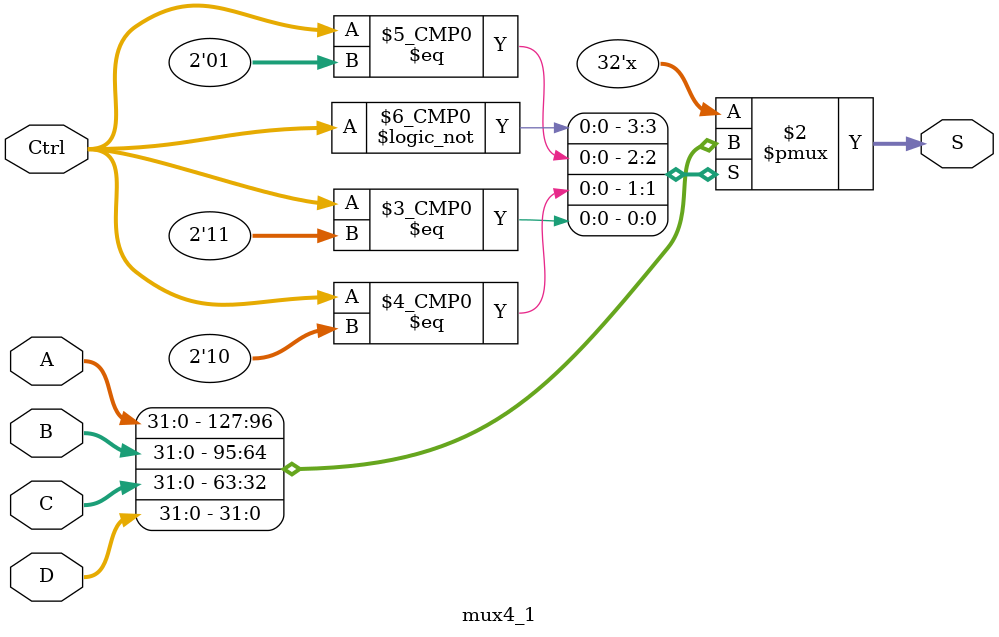
<source format=v>
`timescale 1ns / 1ps
module mux4_1(A,B,C,D,Ctrl,S
    );
parameter N=32;
input wire [N-1:0] A,B,C,D;
input wire [1:0] Ctrl;
output reg [N-1:0] S;
always@(*)
case(Ctrl)
	2'b00: S<=A;
	2'b01: S<=B;
	2'b10: S<=C;
	2'b11: S<=D;
endcase
endmodule

</source>
